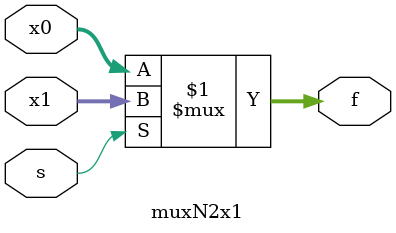
<source format=v>
module muxN2x1 #(parameter N = 4)
(
x0, x1, s , f
);

	input [N - 1:0] x0;
	input [N - 1:0] x1;
	input s;
	output [N - 1:0] f;
	
	assign f = s ? x1 : x0;

endmodule 
</source>
